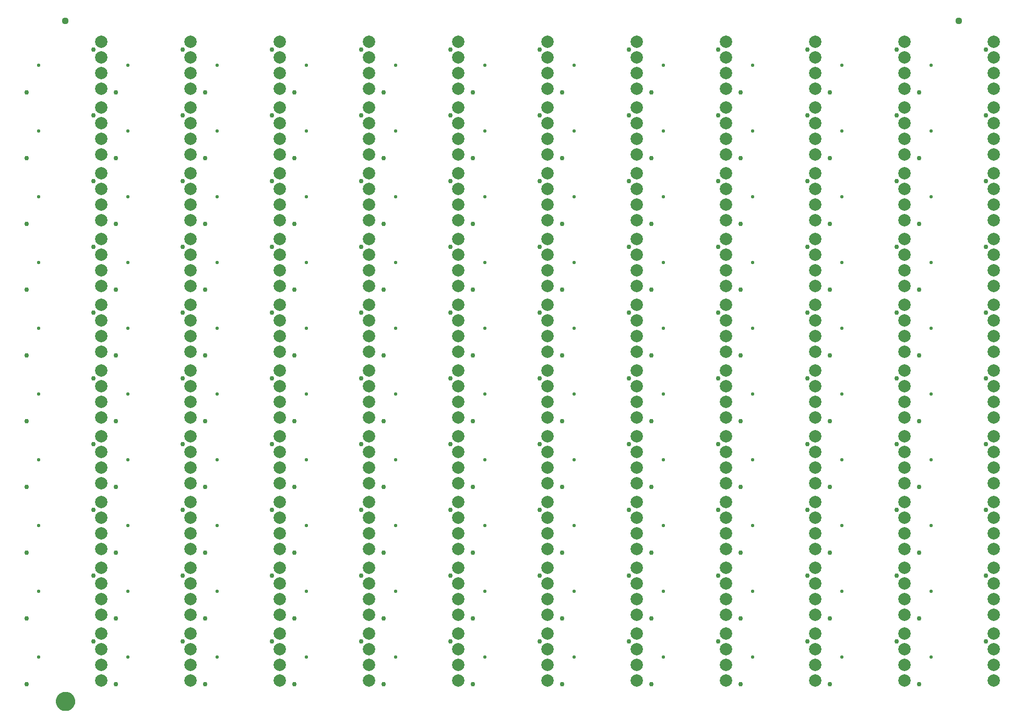
<source format=gbs>
G04 EAGLE Gerber RS-274X export*
G75*
%MOMM*%
%FSLAX34Y34*%
%LPD*%
%INSoldermask Bottom*%
%IPPOS*%
%AMOC8*
5,1,8,0,0,1.08239X$1,22.5*%
G01*
%ADD10C,0.762000*%
%ADD11C,0.584200*%
%ADD12C,2.006600*%
%ADD13C,1.127000*%
%ADD14C,1.270000*%
%ADD15C,1.627000*%


D10*
X114300Y76200D03*
X6096Y6350D03*
D11*
X25520Y50800D03*
D12*
X127000Y12700D03*
X127000Y38100D03*
X127000Y63500D03*
X127000Y88900D03*
D10*
X259080Y76200D03*
X150876Y6350D03*
D11*
X170300Y50800D03*
D12*
X271780Y12700D03*
X271780Y38100D03*
X271780Y63500D03*
X271780Y88900D03*
D10*
X403860Y76200D03*
X295656Y6350D03*
D11*
X315080Y50800D03*
D12*
X416560Y12700D03*
X416560Y38100D03*
X416560Y63500D03*
X416560Y88900D03*
D10*
X548640Y76200D03*
X440436Y6350D03*
D11*
X459860Y50800D03*
D12*
X561340Y12700D03*
X561340Y38100D03*
X561340Y63500D03*
X561340Y88900D03*
D10*
X693420Y76200D03*
X585216Y6350D03*
D11*
X604640Y50800D03*
D12*
X706120Y12700D03*
X706120Y38100D03*
X706120Y63500D03*
X706120Y88900D03*
D10*
X838200Y76200D03*
X729996Y6350D03*
D11*
X749420Y50800D03*
D12*
X850900Y12700D03*
X850900Y38100D03*
X850900Y63500D03*
X850900Y88900D03*
D10*
X982980Y76200D03*
X874776Y6350D03*
D11*
X894200Y50800D03*
D12*
X995680Y12700D03*
X995680Y38100D03*
X995680Y63500D03*
X995680Y88900D03*
D10*
X1127760Y76200D03*
X1019556Y6350D03*
D11*
X1038980Y50800D03*
D12*
X1140460Y12700D03*
X1140460Y38100D03*
X1140460Y63500D03*
X1140460Y88900D03*
D10*
X1272540Y76200D03*
X1164336Y6350D03*
D11*
X1183760Y50800D03*
D12*
X1285240Y12700D03*
X1285240Y38100D03*
X1285240Y63500D03*
X1285240Y88900D03*
D10*
X1417320Y76200D03*
X1309116Y6350D03*
D11*
X1328540Y50800D03*
D12*
X1430020Y12700D03*
X1430020Y38100D03*
X1430020Y63500D03*
X1430020Y88900D03*
D10*
X1562100Y76200D03*
X1453896Y6350D03*
D11*
X1473320Y50800D03*
D12*
X1574800Y12700D03*
X1574800Y38100D03*
X1574800Y63500D03*
X1574800Y88900D03*
D10*
X114300Y182880D03*
X6096Y113030D03*
D11*
X25520Y157480D03*
D12*
X127000Y119380D03*
X127000Y144780D03*
X127000Y170180D03*
X127000Y195580D03*
D10*
X259080Y182880D03*
X150876Y113030D03*
D11*
X170300Y157480D03*
D12*
X271780Y119380D03*
X271780Y144780D03*
X271780Y170180D03*
X271780Y195580D03*
D10*
X403860Y182880D03*
X295656Y113030D03*
D11*
X315080Y157480D03*
D12*
X416560Y119380D03*
X416560Y144780D03*
X416560Y170180D03*
X416560Y195580D03*
D10*
X548640Y182880D03*
X440436Y113030D03*
D11*
X459860Y157480D03*
D12*
X561340Y119380D03*
X561340Y144780D03*
X561340Y170180D03*
X561340Y195580D03*
D10*
X693420Y182880D03*
X585216Y113030D03*
D11*
X604640Y157480D03*
D12*
X706120Y119380D03*
X706120Y144780D03*
X706120Y170180D03*
X706120Y195580D03*
D10*
X838200Y182880D03*
X729996Y113030D03*
D11*
X749420Y157480D03*
D12*
X850900Y119380D03*
X850900Y144780D03*
X850900Y170180D03*
X850900Y195580D03*
D10*
X982980Y182880D03*
X874776Y113030D03*
D11*
X894200Y157480D03*
D12*
X995680Y119380D03*
X995680Y144780D03*
X995680Y170180D03*
X995680Y195580D03*
D10*
X1127760Y182880D03*
X1019556Y113030D03*
D11*
X1038980Y157480D03*
D12*
X1140460Y119380D03*
X1140460Y144780D03*
X1140460Y170180D03*
X1140460Y195580D03*
D10*
X1272540Y182880D03*
X1164336Y113030D03*
D11*
X1183760Y157480D03*
D12*
X1285240Y119380D03*
X1285240Y144780D03*
X1285240Y170180D03*
X1285240Y195580D03*
D10*
X1417320Y182880D03*
X1309116Y113030D03*
D11*
X1328540Y157480D03*
D12*
X1430020Y119380D03*
X1430020Y144780D03*
X1430020Y170180D03*
X1430020Y195580D03*
D10*
X1562100Y182880D03*
X1453896Y113030D03*
D11*
X1473320Y157480D03*
D12*
X1574800Y119380D03*
X1574800Y144780D03*
X1574800Y170180D03*
X1574800Y195580D03*
D10*
X114300Y289560D03*
X6096Y219710D03*
D11*
X25520Y264160D03*
D12*
X127000Y226060D03*
X127000Y251460D03*
X127000Y276860D03*
X127000Y302260D03*
D10*
X259080Y289560D03*
X150876Y219710D03*
D11*
X170300Y264160D03*
D12*
X271780Y226060D03*
X271780Y251460D03*
X271780Y276860D03*
X271780Y302260D03*
D10*
X403860Y289560D03*
X295656Y219710D03*
D11*
X315080Y264160D03*
D12*
X416560Y226060D03*
X416560Y251460D03*
X416560Y276860D03*
X416560Y302260D03*
D10*
X548640Y289560D03*
X440436Y219710D03*
D11*
X459860Y264160D03*
D12*
X561340Y226060D03*
X561340Y251460D03*
X561340Y276860D03*
X561340Y302260D03*
D10*
X693420Y289560D03*
X585216Y219710D03*
D11*
X604640Y264160D03*
D12*
X706120Y226060D03*
X706120Y251460D03*
X706120Y276860D03*
X706120Y302260D03*
D10*
X838200Y289560D03*
X729996Y219710D03*
D11*
X749420Y264160D03*
D12*
X850900Y226060D03*
X850900Y251460D03*
X850900Y276860D03*
X850900Y302260D03*
D10*
X982980Y289560D03*
X874776Y219710D03*
D11*
X894200Y264160D03*
D12*
X995680Y226060D03*
X995680Y251460D03*
X995680Y276860D03*
X995680Y302260D03*
D10*
X1127760Y289560D03*
X1019556Y219710D03*
D11*
X1038980Y264160D03*
D12*
X1140460Y226060D03*
X1140460Y251460D03*
X1140460Y276860D03*
X1140460Y302260D03*
D10*
X1272540Y289560D03*
X1164336Y219710D03*
D11*
X1183760Y264160D03*
D12*
X1285240Y226060D03*
X1285240Y251460D03*
X1285240Y276860D03*
X1285240Y302260D03*
D10*
X1417320Y289560D03*
X1309116Y219710D03*
D11*
X1328540Y264160D03*
D12*
X1430020Y226060D03*
X1430020Y251460D03*
X1430020Y276860D03*
X1430020Y302260D03*
D10*
X1562100Y289560D03*
X1453896Y219710D03*
D11*
X1473320Y264160D03*
D12*
X1574800Y226060D03*
X1574800Y251460D03*
X1574800Y276860D03*
X1574800Y302260D03*
D10*
X114300Y396240D03*
X6096Y326390D03*
D11*
X25520Y370840D03*
D12*
X127000Y332740D03*
X127000Y358140D03*
X127000Y383540D03*
X127000Y408940D03*
D10*
X259080Y396240D03*
X150876Y326390D03*
D11*
X170300Y370840D03*
D12*
X271780Y332740D03*
X271780Y358140D03*
X271780Y383540D03*
X271780Y408940D03*
D10*
X403860Y396240D03*
X295656Y326390D03*
D11*
X315080Y370840D03*
D12*
X416560Y332740D03*
X416560Y358140D03*
X416560Y383540D03*
X416560Y408940D03*
D10*
X548640Y396240D03*
X440436Y326390D03*
D11*
X459860Y370840D03*
D12*
X561340Y332740D03*
X561340Y358140D03*
X561340Y383540D03*
X561340Y408940D03*
D10*
X693420Y396240D03*
X585216Y326390D03*
D11*
X604640Y370840D03*
D12*
X706120Y332740D03*
X706120Y358140D03*
X706120Y383540D03*
X706120Y408940D03*
D10*
X838200Y396240D03*
X729996Y326390D03*
D11*
X749420Y370840D03*
D12*
X850900Y332740D03*
X850900Y358140D03*
X850900Y383540D03*
X850900Y408940D03*
D10*
X982980Y396240D03*
X874776Y326390D03*
D11*
X894200Y370840D03*
D12*
X995680Y332740D03*
X995680Y358140D03*
X995680Y383540D03*
X995680Y408940D03*
D10*
X1127760Y396240D03*
X1019556Y326390D03*
D11*
X1038980Y370840D03*
D12*
X1140460Y332740D03*
X1140460Y358140D03*
X1140460Y383540D03*
X1140460Y408940D03*
D10*
X1272540Y396240D03*
X1164336Y326390D03*
D11*
X1183760Y370840D03*
D12*
X1285240Y332740D03*
X1285240Y358140D03*
X1285240Y383540D03*
X1285240Y408940D03*
D10*
X1417320Y396240D03*
X1309116Y326390D03*
D11*
X1328540Y370840D03*
D12*
X1430020Y332740D03*
X1430020Y358140D03*
X1430020Y383540D03*
X1430020Y408940D03*
D10*
X1562100Y396240D03*
X1453896Y326390D03*
D11*
X1473320Y370840D03*
D12*
X1574800Y332740D03*
X1574800Y358140D03*
X1574800Y383540D03*
X1574800Y408940D03*
D10*
X114300Y502920D03*
X6096Y433070D03*
D11*
X25520Y477520D03*
D12*
X127000Y439420D03*
X127000Y464820D03*
X127000Y490220D03*
X127000Y515620D03*
D10*
X259080Y502920D03*
X150876Y433070D03*
D11*
X170300Y477520D03*
D12*
X271780Y439420D03*
X271780Y464820D03*
X271780Y490220D03*
X271780Y515620D03*
D10*
X403860Y502920D03*
X295656Y433070D03*
D11*
X315080Y477520D03*
D12*
X416560Y439420D03*
X416560Y464820D03*
X416560Y490220D03*
X416560Y515620D03*
D10*
X548640Y502920D03*
X440436Y433070D03*
D11*
X459860Y477520D03*
D12*
X561340Y439420D03*
X561340Y464820D03*
X561340Y490220D03*
X561340Y515620D03*
D10*
X693420Y502920D03*
X585216Y433070D03*
D11*
X604640Y477520D03*
D12*
X706120Y439420D03*
X706120Y464820D03*
X706120Y490220D03*
X706120Y515620D03*
D10*
X838200Y502920D03*
X729996Y433070D03*
D11*
X749420Y477520D03*
D12*
X850900Y439420D03*
X850900Y464820D03*
X850900Y490220D03*
X850900Y515620D03*
D10*
X982980Y502920D03*
X874776Y433070D03*
D11*
X894200Y477520D03*
D12*
X995680Y439420D03*
X995680Y464820D03*
X995680Y490220D03*
X995680Y515620D03*
D10*
X1127760Y502920D03*
X1019556Y433070D03*
D11*
X1038980Y477520D03*
D12*
X1140460Y439420D03*
X1140460Y464820D03*
X1140460Y490220D03*
X1140460Y515620D03*
D10*
X1272540Y502920D03*
X1164336Y433070D03*
D11*
X1183760Y477520D03*
D12*
X1285240Y439420D03*
X1285240Y464820D03*
X1285240Y490220D03*
X1285240Y515620D03*
D10*
X1417320Y502920D03*
X1309116Y433070D03*
D11*
X1328540Y477520D03*
D12*
X1430020Y439420D03*
X1430020Y464820D03*
X1430020Y490220D03*
X1430020Y515620D03*
D10*
X1562100Y502920D03*
X1453896Y433070D03*
D11*
X1473320Y477520D03*
D12*
X1574800Y439420D03*
X1574800Y464820D03*
X1574800Y490220D03*
X1574800Y515620D03*
D10*
X114300Y609600D03*
X6096Y539750D03*
D11*
X25520Y584200D03*
D12*
X127000Y546100D03*
X127000Y571500D03*
X127000Y596900D03*
X127000Y622300D03*
D10*
X259080Y609600D03*
X150876Y539750D03*
D11*
X170300Y584200D03*
D12*
X271780Y546100D03*
X271780Y571500D03*
X271780Y596900D03*
X271780Y622300D03*
D10*
X403860Y609600D03*
X295656Y539750D03*
D11*
X315080Y584200D03*
D12*
X416560Y546100D03*
X416560Y571500D03*
X416560Y596900D03*
X416560Y622300D03*
D10*
X548640Y609600D03*
X440436Y539750D03*
D11*
X459860Y584200D03*
D12*
X561340Y546100D03*
X561340Y571500D03*
X561340Y596900D03*
X561340Y622300D03*
D10*
X693420Y609600D03*
X585216Y539750D03*
D11*
X604640Y584200D03*
D12*
X706120Y546100D03*
X706120Y571500D03*
X706120Y596900D03*
X706120Y622300D03*
D10*
X838200Y609600D03*
X729996Y539750D03*
D11*
X749420Y584200D03*
D12*
X850900Y546100D03*
X850900Y571500D03*
X850900Y596900D03*
X850900Y622300D03*
D10*
X982980Y609600D03*
X874776Y539750D03*
D11*
X894200Y584200D03*
D12*
X995680Y546100D03*
X995680Y571500D03*
X995680Y596900D03*
X995680Y622300D03*
D10*
X1127760Y609600D03*
X1019556Y539750D03*
D11*
X1038980Y584200D03*
D12*
X1140460Y546100D03*
X1140460Y571500D03*
X1140460Y596900D03*
X1140460Y622300D03*
D10*
X1272540Y609600D03*
X1164336Y539750D03*
D11*
X1183760Y584200D03*
D12*
X1285240Y546100D03*
X1285240Y571500D03*
X1285240Y596900D03*
X1285240Y622300D03*
D10*
X1417320Y609600D03*
X1309116Y539750D03*
D11*
X1328540Y584200D03*
D12*
X1430020Y546100D03*
X1430020Y571500D03*
X1430020Y596900D03*
X1430020Y622300D03*
D10*
X1562100Y609600D03*
X1453896Y539750D03*
D11*
X1473320Y584200D03*
D12*
X1574800Y546100D03*
X1574800Y571500D03*
X1574800Y596900D03*
X1574800Y622300D03*
D10*
X114300Y716280D03*
X6096Y646430D03*
D11*
X25520Y690880D03*
D12*
X127000Y652780D03*
X127000Y678180D03*
X127000Y703580D03*
X127000Y728980D03*
D10*
X259080Y716280D03*
X150876Y646430D03*
D11*
X170300Y690880D03*
D12*
X271780Y652780D03*
X271780Y678180D03*
X271780Y703580D03*
X271780Y728980D03*
D10*
X403860Y716280D03*
X295656Y646430D03*
D11*
X315080Y690880D03*
D12*
X416560Y652780D03*
X416560Y678180D03*
X416560Y703580D03*
X416560Y728980D03*
D10*
X548640Y716280D03*
X440436Y646430D03*
D11*
X459860Y690880D03*
D12*
X561340Y652780D03*
X561340Y678180D03*
X561340Y703580D03*
X561340Y728980D03*
D10*
X693420Y716280D03*
X585216Y646430D03*
D11*
X604640Y690880D03*
D12*
X706120Y652780D03*
X706120Y678180D03*
X706120Y703580D03*
X706120Y728980D03*
D10*
X838200Y716280D03*
X729996Y646430D03*
D11*
X749420Y690880D03*
D12*
X850900Y652780D03*
X850900Y678180D03*
X850900Y703580D03*
X850900Y728980D03*
D10*
X982980Y716280D03*
X874776Y646430D03*
D11*
X894200Y690880D03*
D12*
X995680Y652780D03*
X995680Y678180D03*
X995680Y703580D03*
X995680Y728980D03*
D10*
X1127760Y716280D03*
X1019556Y646430D03*
D11*
X1038980Y690880D03*
D12*
X1140460Y652780D03*
X1140460Y678180D03*
X1140460Y703580D03*
X1140460Y728980D03*
D10*
X1272540Y716280D03*
X1164336Y646430D03*
D11*
X1183760Y690880D03*
D12*
X1285240Y652780D03*
X1285240Y678180D03*
X1285240Y703580D03*
X1285240Y728980D03*
D10*
X1417320Y716280D03*
X1309116Y646430D03*
D11*
X1328540Y690880D03*
D12*
X1430020Y652780D03*
X1430020Y678180D03*
X1430020Y703580D03*
X1430020Y728980D03*
D10*
X1562100Y716280D03*
X1453896Y646430D03*
D11*
X1473320Y690880D03*
D12*
X1574800Y652780D03*
X1574800Y678180D03*
X1574800Y703580D03*
X1574800Y728980D03*
D10*
X114300Y822960D03*
X6096Y753110D03*
D11*
X25520Y797560D03*
D12*
X127000Y759460D03*
X127000Y784860D03*
X127000Y810260D03*
X127000Y835660D03*
D10*
X259080Y822960D03*
X150876Y753110D03*
D11*
X170300Y797560D03*
D12*
X271780Y759460D03*
X271780Y784860D03*
X271780Y810260D03*
X271780Y835660D03*
D10*
X403860Y822960D03*
X295656Y753110D03*
D11*
X315080Y797560D03*
D12*
X416560Y759460D03*
X416560Y784860D03*
X416560Y810260D03*
X416560Y835660D03*
D10*
X548640Y822960D03*
X440436Y753110D03*
D11*
X459860Y797560D03*
D12*
X561340Y759460D03*
X561340Y784860D03*
X561340Y810260D03*
X561340Y835660D03*
D10*
X693420Y822960D03*
X585216Y753110D03*
D11*
X604640Y797560D03*
D12*
X706120Y759460D03*
X706120Y784860D03*
X706120Y810260D03*
X706120Y835660D03*
D10*
X838200Y822960D03*
X729996Y753110D03*
D11*
X749420Y797560D03*
D12*
X850900Y759460D03*
X850900Y784860D03*
X850900Y810260D03*
X850900Y835660D03*
D10*
X982980Y822960D03*
X874776Y753110D03*
D11*
X894200Y797560D03*
D12*
X995680Y759460D03*
X995680Y784860D03*
X995680Y810260D03*
X995680Y835660D03*
D10*
X1127760Y822960D03*
X1019556Y753110D03*
D11*
X1038980Y797560D03*
D12*
X1140460Y759460D03*
X1140460Y784860D03*
X1140460Y810260D03*
X1140460Y835660D03*
D10*
X1272540Y822960D03*
X1164336Y753110D03*
D11*
X1183760Y797560D03*
D12*
X1285240Y759460D03*
X1285240Y784860D03*
X1285240Y810260D03*
X1285240Y835660D03*
D10*
X1417320Y822960D03*
X1309116Y753110D03*
D11*
X1328540Y797560D03*
D12*
X1430020Y759460D03*
X1430020Y784860D03*
X1430020Y810260D03*
X1430020Y835660D03*
D10*
X1562100Y822960D03*
X1453896Y753110D03*
D11*
X1473320Y797560D03*
D12*
X1574800Y759460D03*
X1574800Y784860D03*
X1574800Y810260D03*
X1574800Y835660D03*
D10*
X114300Y929640D03*
X6096Y859790D03*
D11*
X25520Y904240D03*
D12*
X127000Y866140D03*
X127000Y891540D03*
X127000Y916940D03*
X127000Y942340D03*
D10*
X259080Y929640D03*
X150876Y859790D03*
D11*
X170300Y904240D03*
D12*
X271780Y866140D03*
X271780Y891540D03*
X271780Y916940D03*
X271780Y942340D03*
D10*
X403860Y929640D03*
X295656Y859790D03*
D11*
X315080Y904240D03*
D12*
X416560Y866140D03*
X416560Y891540D03*
X416560Y916940D03*
X416560Y942340D03*
D10*
X548640Y929640D03*
X440436Y859790D03*
D11*
X459860Y904240D03*
D12*
X561340Y866140D03*
X561340Y891540D03*
X561340Y916940D03*
X561340Y942340D03*
D10*
X693420Y929640D03*
X585216Y859790D03*
D11*
X604640Y904240D03*
D12*
X706120Y866140D03*
X706120Y891540D03*
X706120Y916940D03*
X706120Y942340D03*
D10*
X838200Y929640D03*
X729996Y859790D03*
D11*
X749420Y904240D03*
D12*
X850900Y866140D03*
X850900Y891540D03*
X850900Y916940D03*
X850900Y942340D03*
D10*
X982980Y929640D03*
X874776Y859790D03*
D11*
X894200Y904240D03*
D12*
X995680Y866140D03*
X995680Y891540D03*
X995680Y916940D03*
X995680Y942340D03*
D10*
X1127760Y929640D03*
X1019556Y859790D03*
D11*
X1038980Y904240D03*
D12*
X1140460Y866140D03*
X1140460Y891540D03*
X1140460Y916940D03*
X1140460Y942340D03*
D10*
X1272540Y929640D03*
X1164336Y859790D03*
D11*
X1183760Y904240D03*
D12*
X1285240Y866140D03*
X1285240Y891540D03*
X1285240Y916940D03*
X1285240Y942340D03*
D10*
X1417320Y929640D03*
X1309116Y859790D03*
D11*
X1328540Y904240D03*
D12*
X1430020Y866140D03*
X1430020Y891540D03*
X1430020Y916940D03*
X1430020Y942340D03*
D10*
X1562100Y929640D03*
X1453896Y859790D03*
D11*
X1473320Y904240D03*
D12*
X1574800Y866140D03*
X1574800Y891540D03*
X1574800Y916940D03*
X1574800Y942340D03*
D10*
X114300Y1036320D03*
X6096Y966470D03*
D11*
X25520Y1010920D03*
D12*
X127000Y972820D03*
X127000Y998220D03*
X127000Y1023620D03*
X127000Y1049020D03*
D10*
X259080Y1036320D03*
X150876Y966470D03*
D11*
X170300Y1010920D03*
D12*
X271780Y972820D03*
X271780Y998220D03*
X271780Y1023620D03*
X271780Y1049020D03*
D10*
X403860Y1036320D03*
X295656Y966470D03*
D11*
X315080Y1010920D03*
D12*
X416560Y972820D03*
X416560Y998220D03*
X416560Y1023620D03*
X416560Y1049020D03*
D10*
X548640Y1036320D03*
X440436Y966470D03*
D11*
X459860Y1010920D03*
D12*
X561340Y972820D03*
X561340Y998220D03*
X561340Y1023620D03*
X561340Y1049020D03*
D10*
X693420Y1036320D03*
X585216Y966470D03*
D11*
X604640Y1010920D03*
D12*
X706120Y972820D03*
X706120Y998220D03*
X706120Y1023620D03*
X706120Y1049020D03*
D10*
X838200Y1036320D03*
X729996Y966470D03*
D11*
X749420Y1010920D03*
D12*
X850900Y972820D03*
X850900Y998220D03*
X850900Y1023620D03*
X850900Y1049020D03*
D10*
X982980Y1036320D03*
X874776Y966470D03*
D11*
X894200Y1010920D03*
D12*
X995680Y972820D03*
X995680Y998220D03*
X995680Y1023620D03*
X995680Y1049020D03*
D10*
X1127760Y1036320D03*
X1019556Y966470D03*
D11*
X1038980Y1010920D03*
D12*
X1140460Y972820D03*
X1140460Y998220D03*
X1140460Y1023620D03*
X1140460Y1049020D03*
D10*
X1272540Y1036320D03*
X1164336Y966470D03*
D11*
X1183760Y1010920D03*
D12*
X1285240Y972820D03*
X1285240Y998220D03*
X1285240Y1023620D03*
X1285240Y1049020D03*
D10*
X1417320Y1036320D03*
X1309116Y966470D03*
D11*
X1328540Y1010920D03*
D12*
X1430020Y972820D03*
X1430020Y998220D03*
X1430020Y1023620D03*
X1430020Y1049020D03*
D10*
X1562100Y1036320D03*
X1453896Y966470D03*
D11*
X1473320Y1010920D03*
D12*
X1574800Y972820D03*
X1574800Y998220D03*
X1574800Y1023620D03*
X1574800Y1049020D03*
D13*
X68580Y1082675D03*
X1518285Y1082675D03*
D14*
X59525Y-20955D02*
X59528Y-20733D01*
X59536Y-20511D01*
X59550Y-20289D01*
X59569Y-20067D01*
X59593Y-19847D01*
X59623Y-19626D01*
X59658Y-19407D01*
X59699Y-19188D01*
X59745Y-18971D01*
X59796Y-18755D01*
X59853Y-18540D01*
X59915Y-18326D01*
X59982Y-18115D01*
X60054Y-17904D01*
X60132Y-17696D01*
X60214Y-17490D01*
X60302Y-17286D01*
X60394Y-17083D01*
X60492Y-16884D01*
X60594Y-16687D01*
X60701Y-16492D01*
X60813Y-16300D01*
X60930Y-16111D01*
X61051Y-15924D01*
X61177Y-15741D01*
X61307Y-15561D01*
X61442Y-15384D01*
X61580Y-15211D01*
X61723Y-15041D01*
X61871Y-14874D01*
X62022Y-14711D01*
X62177Y-14552D01*
X62336Y-14397D01*
X62499Y-14246D01*
X62666Y-14098D01*
X62836Y-13955D01*
X63009Y-13817D01*
X63186Y-13682D01*
X63366Y-13552D01*
X63549Y-13426D01*
X63736Y-13305D01*
X63925Y-13188D01*
X64117Y-13076D01*
X64312Y-12969D01*
X64509Y-12867D01*
X64708Y-12769D01*
X64911Y-12677D01*
X65115Y-12589D01*
X65321Y-12507D01*
X65529Y-12429D01*
X65740Y-12357D01*
X65951Y-12290D01*
X66165Y-12228D01*
X66380Y-12171D01*
X66596Y-12120D01*
X66813Y-12074D01*
X67032Y-12033D01*
X67251Y-11998D01*
X67472Y-11968D01*
X67692Y-11944D01*
X67914Y-11925D01*
X68136Y-11911D01*
X68358Y-11903D01*
X68580Y-11900D01*
X68802Y-11903D01*
X69024Y-11911D01*
X69246Y-11925D01*
X69468Y-11944D01*
X69688Y-11968D01*
X69909Y-11998D01*
X70128Y-12033D01*
X70347Y-12074D01*
X70564Y-12120D01*
X70780Y-12171D01*
X70995Y-12228D01*
X71209Y-12290D01*
X71420Y-12357D01*
X71631Y-12429D01*
X71839Y-12507D01*
X72045Y-12589D01*
X72249Y-12677D01*
X72452Y-12769D01*
X72651Y-12867D01*
X72848Y-12969D01*
X73043Y-13076D01*
X73235Y-13188D01*
X73424Y-13305D01*
X73611Y-13426D01*
X73794Y-13552D01*
X73974Y-13682D01*
X74151Y-13817D01*
X74324Y-13955D01*
X74494Y-14098D01*
X74661Y-14246D01*
X74824Y-14397D01*
X74983Y-14552D01*
X75138Y-14711D01*
X75289Y-14874D01*
X75437Y-15041D01*
X75580Y-15211D01*
X75718Y-15384D01*
X75853Y-15561D01*
X75983Y-15741D01*
X76109Y-15924D01*
X76230Y-16111D01*
X76347Y-16300D01*
X76459Y-16492D01*
X76566Y-16687D01*
X76668Y-16884D01*
X76766Y-17083D01*
X76858Y-17286D01*
X76946Y-17490D01*
X77028Y-17696D01*
X77106Y-17904D01*
X77178Y-18115D01*
X77245Y-18326D01*
X77307Y-18540D01*
X77364Y-18755D01*
X77415Y-18971D01*
X77461Y-19188D01*
X77502Y-19407D01*
X77537Y-19626D01*
X77567Y-19847D01*
X77591Y-20067D01*
X77610Y-20289D01*
X77624Y-20511D01*
X77632Y-20733D01*
X77635Y-20955D01*
X77632Y-21177D01*
X77624Y-21399D01*
X77610Y-21621D01*
X77591Y-21843D01*
X77567Y-22063D01*
X77537Y-22284D01*
X77502Y-22503D01*
X77461Y-22722D01*
X77415Y-22939D01*
X77364Y-23155D01*
X77307Y-23370D01*
X77245Y-23584D01*
X77178Y-23795D01*
X77106Y-24006D01*
X77028Y-24214D01*
X76946Y-24420D01*
X76858Y-24624D01*
X76766Y-24827D01*
X76668Y-25026D01*
X76566Y-25223D01*
X76459Y-25418D01*
X76347Y-25610D01*
X76230Y-25799D01*
X76109Y-25986D01*
X75983Y-26169D01*
X75853Y-26349D01*
X75718Y-26526D01*
X75580Y-26699D01*
X75437Y-26869D01*
X75289Y-27036D01*
X75138Y-27199D01*
X74983Y-27358D01*
X74824Y-27513D01*
X74661Y-27664D01*
X74494Y-27812D01*
X74324Y-27955D01*
X74151Y-28093D01*
X73974Y-28228D01*
X73794Y-28358D01*
X73611Y-28484D01*
X73424Y-28605D01*
X73235Y-28722D01*
X73043Y-28834D01*
X72848Y-28941D01*
X72651Y-29043D01*
X72452Y-29141D01*
X72249Y-29233D01*
X72045Y-29321D01*
X71839Y-29403D01*
X71631Y-29481D01*
X71420Y-29553D01*
X71209Y-29620D01*
X70995Y-29682D01*
X70780Y-29739D01*
X70564Y-29790D01*
X70347Y-29836D01*
X70128Y-29877D01*
X69909Y-29912D01*
X69688Y-29942D01*
X69468Y-29966D01*
X69246Y-29985D01*
X69024Y-29999D01*
X68802Y-30007D01*
X68580Y-30010D01*
X68358Y-30007D01*
X68136Y-29999D01*
X67914Y-29985D01*
X67692Y-29966D01*
X67472Y-29942D01*
X67251Y-29912D01*
X67032Y-29877D01*
X66813Y-29836D01*
X66596Y-29790D01*
X66380Y-29739D01*
X66165Y-29682D01*
X65951Y-29620D01*
X65740Y-29553D01*
X65529Y-29481D01*
X65321Y-29403D01*
X65115Y-29321D01*
X64911Y-29233D01*
X64708Y-29141D01*
X64509Y-29043D01*
X64312Y-28941D01*
X64117Y-28834D01*
X63925Y-28722D01*
X63736Y-28605D01*
X63549Y-28484D01*
X63366Y-28358D01*
X63186Y-28228D01*
X63009Y-28093D01*
X62836Y-27955D01*
X62666Y-27812D01*
X62499Y-27664D01*
X62336Y-27513D01*
X62177Y-27358D01*
X62022Y-27199D01*
X61871Y-27036D01*
X61723Y-26869D01*
X61580Y-26699D01*
X61442Y-26526D01*
X61307Y-26349D01*
X61177Y-26169D01*
X61051Y-25986D01*
X60930Y-25799D01*
X60813Y-25610D01*
X60701Y-25418D01*
X60594Y-25223D01*
X60492Y-25026D01*
X60394Y-24827D01*
X60302Y-24624D01*
X60214Y-24420D01*
X60132Y-24214D01*
X60054Y-24006D01*
X59982Y-23795D01*
X59915Y-23584D01*
X59853Y-23370D01*
X59796Y-23155D01*
X59745Y-22939D01*
X59699Y-22722D01*
X59658Y-22503D01*
X59623Y-22284D01*
X59593Y-22063D01*
X59569Y-21843D01*
X59550Y-21621D01*
X59536Y-21399D01*
X59528Y-21177D01*
X59525Y-20955D01*
D15*
X68580Y-20955D03*
M02*

</source>
